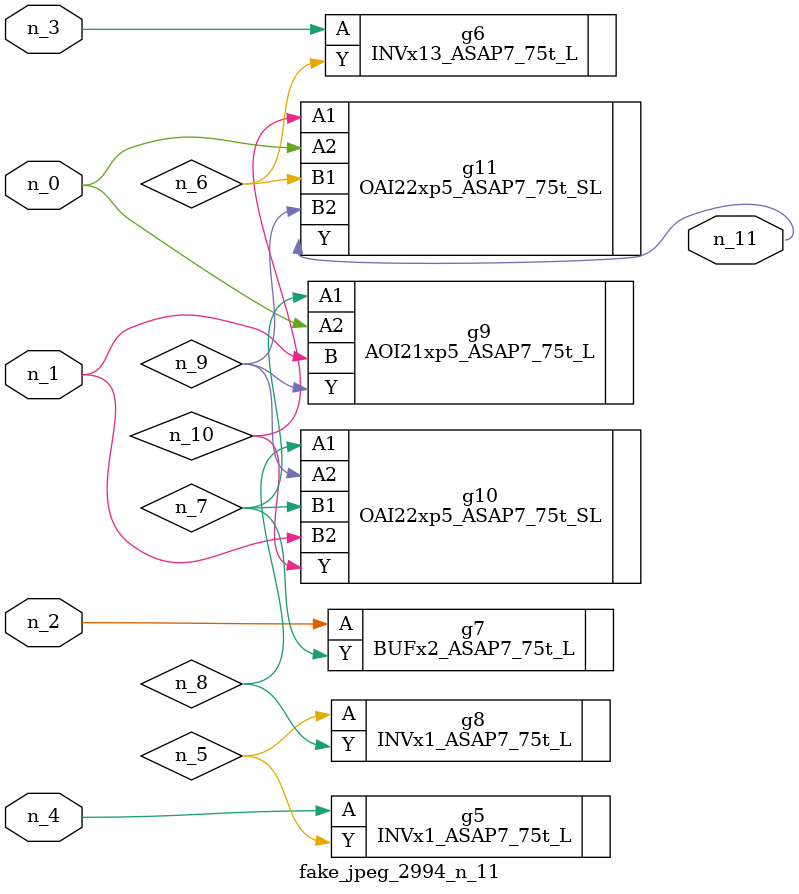
<source format=v>
module fake_jpeg_2994_n_11 (n_3, n_2, n_1, n_0, n_4, n_11);

input n_3;
input n_2;
input n_1;
input n_0;
input n_4;

output n_11;

wire n_10;
wire n_8;
wire n_9;
wire n_6;
wire n_5;
wire n_7;

INVx1_ASAP7_75t_L g5 ( 
.A(n_4),
.Y(n_5)
);

INVx13_ASAP7_75t_L g6 ( 
.A(n_3),
.Y(n_6)
);

BUFx2_ASAP7_75t_L g7 ( 
.A(n_2),
.Y(n_7)
);

INVx1_ASAP7_75t_L g8 ( 
.A(n_5),
.Y(n_8)
);

OAI22xp5_ASAP7_75t_SL g10 ( 
.A1(n_8),
.A2(n_9),
.B1(n_7),
.B2(n_1),
.Y(n_10)
);

AOI21xp5_ASAP7_75t_L g9 ( 
.A1(n_7),
.A2(n_0),
.B(n_1),
.Y(n_9)
);

OAI22xp5_ASAP7_75t_SL g11 ( 
.A1(n_10),
.A2(n_0),
.B1(n_6),
.B2(n_9),
.Y(n_11)
);


endmodule
</source>
